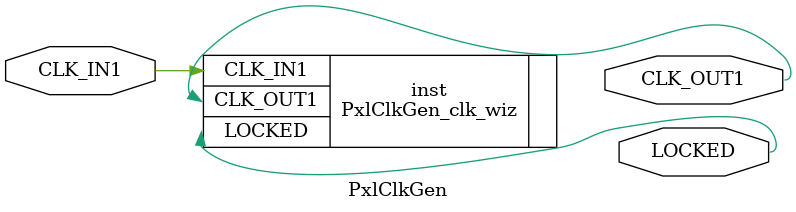
<source format=v>


`timescale 1ps/1ps

(* CORE_GENERATION_INFO = "PxlClkGen,clk_wiz_v5_4_1_0,{component_name=PxlClkGen,use_phase_alignment=true,use_min_o_jitter=false,use_max_i_jitter=false,use_dyn_phase_shift=false,use_inclk_switchover=false,use_dyn_reconfig=false,enable_axi=0,feedback_source=FDBK_AUTO,PRIMITIVE=MMCM,num_out_clk=1,clkin1_period=10.000,clkin2_period=10.000,use_power_down=false,use_reset=false,use_locked=true,use_inclk_stopped=false,feedback_type=SINGLE,CLOCK_MGR_TYPE=NA,manual_override=false}" *)

module PxlClkGen 
 (
  // Clock out ports
  output        CLK_OUT1,
  // Status and control signals
  output        LOCKED,
 // Clock in ports
  input         CLK_IN1
 );

  PxlClkGen_clk_wiz inst
  (
  // Clock out ports  
  .CLK_OUT1(CLK_OUT1),
  // Status and control signals               
  .LOCKED(LOCKED),
 // Clock in ports
  .CLK_IN1(CLK_IN1)
  );

endmodule

</source>
